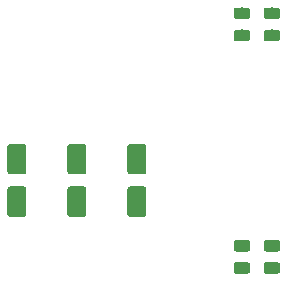
<source format=gbr>
G04 #@! TF.GenerationSoftware,KiCad,Pcbnew,5.1.4-e60b266~84~ubuntu18.04.1*
G04 #@! TF.CreationDate,2019-09-26T20:27:51+08:00*
G04 #@! TF.ProjectId,head,68656164-2e6b-4696-9361-645f70636258,rev?*
G04 #@! TF.SameCoordinates,Original*
G04 #@! TF.FileFunction,Paste,Top*
G04 #@! TF.FilePolarity,Positive*
%FSLAX46Y46*%
G04 Gerber Fmt 4.6, Leading zero omitted, Abs format (unit mm)*
G04 Created by KiCad (PCBNEW 5.1.4-e60b266~84~ubuntu18.04.1) date 2019-09-26 20:27:51*
%MOMM*%
%LPD*%
G04 APERTURE LIST*
%ADD10C,0.100000*%
%ADD11C,0.975000*%
%ADD12C,1.600000*%
G04 APERTURE END LIST*
D10*
G36*
X77950142Y-47598174D02*
G01*
X77973803Y-47601684D01*
X77997007Y-47607496D01*
X78019529Y-47615554D01*
X78041153Y-47625782D01*
X78061670Y-47638079D01*
X78080883Y-47652329D01*
X78098607Y-47668393D01*
X78114671Y-47686117D01*
X78128921Y-47705330D01*
X78141218Y-47725847D01*
X78151446Y-47747471D01*
X78159504Y-47769993D01*
X78165316Y-47793197D01*
X78168826Y-47816858D01*
X78170000Y-47840750D01*
X78170000Y-48328250D01*
X78168826Y-48352142D01*
X78165316Y-48375803D01*
X78159504Y-48399007D01*
X78151446Y-48421529D01*
X78141218Y-48443153D01*
X78128921Y-48463670D01*
X78114671Y-48482883D01*
X78098607Y-48500607D01*
X78080883Y-48516671D01*
X78061670Y-48530921D01*
X78041153Y-48543218D01*
X78019529Y-48553446D01*
X77997007Y-48561504D01*
X77973803Y-48567316D01*
X77950142Y-48570826D01*
X77926250Y-48572000D01*
X77013750Y-48572000D01*
X76989858Y-48570826D01*
X76966197Y-48567316D01*
X76942993Y-48561504D01*
X76920471Y-48553446D01*
X76898847Y-48543218D01*
X76878330Y-48530921D01*
X76859117Y-48516671D01*
X76841393Y-48500607D01*
X76825329Y-48482883D01*
X76811079Y-48463670D01*
X76798782Y-48443153D01*
X76788554Y-48421529D01*
X76780496Y-48399007D01*
X76774684Y-48375803D01*
X76771174Y-48352142D01*
X76770000Y-48328250D01*
X76770000Y-47840750D01*
X76771174Y-47816858D01*
X76774684Y-47793197D01*
X76780496Y-47769993D01*
X76788554Y-47747471D01*
X76798782Y-47725847D01*
X76811079Y-47705330D01*
X76825329Y-47686117D01*
X76841393Y-47668393D01*
X76859117Y-47652329D01*
X76878330Y-47638079D01*
X76898847Y-47625782D01*
X76920471Y-47615554D01*
X76942993Y-47607496D01*
X76966197Y-47601684D01*
X76989858Y-47598174D01*
X77013750Y-47597000D01*
X77926250Y-47597000D01*
X77950142Y-47598174D01*
X77950142Y-47598174D01*
G37*
D11*
X77470000Y-48084500D03*
D10*
G36*
X77950142Y-49473174D02*
G01*
X77973803Y-49476684D01*
X77997007Y-49482496D01*
X78019529Y-49490554D01*
X78041153Y-49500782D01*
X78061670Y-49513079D01*
X78080883Y-49527329D01*
X78098607Y-49543393D01*
X78114671Y-49561117D01*
X78128921Y-49580330D01*
X78141218Y-49600847D01*
X78151446Y-49622471D01*
X78159504Y-49644993D01*
X78165316Y-49668197D01*
X78168826Y-49691858D01*
X78170000Y-49715750D01*
X78170000Y-50203250D01*
X78168826Y-50227142D01*
X78165316Y-50250803D01*
X78159504Y-50274007D01*
X78151446Y-50296529D01*
X78141218Y-50318153D01*
X78128921Y-50338670D01*
X78114671Y-50357883D01*
X78098607Y-50375607D01*
X78080883Y-50391671D01*
X78061670Y-50405921D01*
X78041153Y-50418218D01*
X78019529Y-50428446D01*
X77997007Y-50436504D01*
X77973803Y-50442316D01*
X77950142Y-50445826D01*
X77926250Y-50447000D01*
X77013750Y-50447000D01*
X76989858Y-50445826D01*
X76966197Y-50442316D01*
X76942993Y-50436504D01*
X76920471Y-50428446D01*
X76898847Y-50418218D01*
X76878330Y-50405921D01*
X76859117Y-50391671D01*
X76841393Y-50375607D01*
X76825329Y-50357883D01*
X76811079Y-50338670D01*
X76798782Y-50318153D01*
X76788554Y-50296529D01*
X76780496Y-50274007D01*
X76774684Y-50250803D01*
X76771174Y-50227142D01*
X76770000Y-50203250D01*
X76770000Y-49715750D01*
X76771174Y-49691858D01*
X76774684Y-49668197D01*
X76780496Y-49644993D01*
X76788554Y-49622471D01*
X76798782Y-49600847D01*
X76811079Y-49580330D01*
X76825329Y-49561117D01*
X76841393Y-49543393D01*
X76859117Y-49527329D01*
X76878330Y-49513079D01*
X76898847Y-49500782D01*
X76920471Y-49490554D01*
X76942993Y-49482496D01*
X76966197Y-49476684D01*
X76989858Y-49473174D01*
X77013750Y-49472000D01*
X77926250Y-49472000D01*
X77950142Y-49473174D01*
X77950142Y-49473174D01*
G37*
D11*
X77470000Y-49959500D03*
D10*
G36*
X75410142Y-47598174D02*
G01*
X75433803Y-47601684D01*
X75457007Y-47607496D01*
X75479529Y-47615554D01*
X75501153Y-47625782D01*
X75521670Y-47638079D01*
X75540883Y-47652329D01*
X75558607Y-47668393D01*
X75574671Y-47686117D01*
X75588921Y-47705330D01*
X75601218Y-47725847D01*
X75611446Y-47747471D01*
X75619504Y-47769993D01*
X75625316Y-47793197D01*
X75628826Y-47816858D01*
X75630000Y-47840750D01*
X75630000Y-48328250D01*
X75628826Y-48352142D01*
X75625316Y-48375803D01*
X75619504Y-48399007D01*
X75611446Y-48421529D01*
X75601218Y-48443153D01*
X75588921Y-48463670D01*
X75574671Y-48482883D01*
X75558607Y-48500607D01*
X75540883Y-48516671D01*
X75521670Y-48530921D01*
X75501153Y-48543218D01*
X75479529Y-48553446D01*
X75457007Y-48561504D01*
X75433803Y-48567316D01*
X75410142Y-48570826D01*
X75386250Y-48572000D01*
X74473750Y-48572000D01*
X74449858Y-48570826D01*
X74426197Y-48567316D01*
X74402993Y-48561504D01*
X74380471Y-48553446D01*
X74358847Y-48543218D01*
X74338330Y-48530921D01*
X74319117Y-48516671D01*
X74301393Y-48500607D01*
X74285329Y-48482883D01*
X74271079Y-48463670D01*
X74258782Y-48443153D01*
X74248554Y-48421529D01*
X74240496Y-48399007D01*
X74234684Y-48375803D01*
X74231174Y-48352142D01*
X74230000Y-48328250D01*
X74230000Y-47840750D01*
X74231174Y-47816858D01*
X74234684Y-47793197D01*
X74240496Y-47769993D01*
X74248554Y-47747471D01*
X74258782Y-47725847D01*
X74271079Y-47705330D01*
X74285329Y-47686117D01*
X74301393Y-47668393D01*
X74319117Y-47652329D01*
X74338330Y-47638079D01*
X74358847Y-47625782D01*
X74380471Y-47615554D01*
X74402993Y-47607496D01*
X74426197Y-47601684D01*
X74449858Y-47598174D01*
X74473750Y-47597000D01*
X75386250Y-47597000D01*
X75410142Y-47598174D01*
X75410142Y-47598174D01*
G37*
D11*
X74930000Y-48084500D03*
D10*
G36*
X75410142Y-49473174D02*
G01*
X75433803Y-49476684D01*
X75457007Y-49482496D01*
X75479529Y-49490554D01*
X75501153Y-49500782D01*
X75521670Y-49513079D01*
X75540883Y-49527329D01*
X75558607Y-49543393D01*
X75574671Y-49561117D01*
X75588921Y-49580330D01*
X75601218Y-49600847D01*
X75611446Y-49622471D01*
X75619504Y-49644993D01*
X75625316Y-49668197D01*
X75628826Y-49691858D01*
X75630000Y-49715750D01*
X75630000Y-50203250D01*
X75628826Y-50227142D01*
X75625316Y-50250803D01*
X75619504Y-50274007D01*
X75611446Y-50296529D01*
X75601218Y-50318153D01*
X75588921Y-50338670D01*
X75574671Y-50357883D01*
X75558607Y-50375607D01*
X75540883Y-50391671D01*
X75521670Y-50405921D01*
X75501153Y-50418218D01*
X75479529Y-50428446D01*
X75457007Y-50436504D01*
X75433803Y-50442316D01*
X75410142Y-50445826D01*
X75386250Y-50447000D01*
X74473750Y-50447000D01*
X74449858Y-50445826D01*
X74426197Y-50442316D01*
X74402993Y-50436504D01*
X74380471Y-50428446D01*
X74358847Y-50418218D01*
X74338330Y-50405921D01*
X74319117Y-50391671D01*
X74301393Y-50375607D01*
X74285329Y-50357883D01*
X74271079Y-50338670D01*
X74258782Y-50318153D01*
X74248554Y-50296529D01*
X74240496Y-50274007D01*
X74234684Y-50250803D01*
X74231174Y-50227142D01*
X74230000Y-50203250D01*
X74230000Y-49715750D01*
X74231174Y-49691858D01*
X74234684Y-49668197D01*
X74240496Y-49644993D01*
X74248554Y-49622471D01*
X74258782Y-49600847D01*
X74271079Y-49580330D01*
X74285329Y-49561117D01*
X74301393Y-49543393D01*
X74319117Y-49527329D01*
X74338330Y-49513079D01*
X74358847Y-49500782D01*
X74380471Y-49490554D01*
X74402993Y-49482496D01*
X74426197Y-49476684D01*
X74449858Y-49473174D01*
X74473750Y-49472000D01*
X75386250Y-49472000D01*
X75410142Y-49473174D01*
X75410142Y-49473174D01*
G37*
D11*
X74930000Y-49959500D03*
D10*
G36*
X77950142Y-27913174D02*
G01*
X77973803Y-27916684D01*
X77997007Y-27922496D01*
X78019529Y-27930554D01*
X78041153Y-27940782D01*
X78061670Y-27953079D01*
X78080883Y-27967329D01*
X78098607Y-27983393D01*
X78114671Y-28001117D01*
X78128921Y-28020330D01*
X78141218Y-28040847D01*
X78151446Y-28062471D01*
X78159504Y-28084993D01*
X78165316Y-28108197D01*
X78168826Y-28131858D01*
X78170000Y-28155750D01*
X78170000Y-28643250D01*
X78168826Y-28667142D01*
X78165316Y-28690803D01*
X78159504Y-28714007D01*
X78151446Y-28736529D01*
X78141218Y-28758153D01*
X78128921Y-28778670D01*
X78114671Y-28797883D01*
X78098607Y-28815607D01*
X78080883Y-28831671D01*
X78061670Y-28845921D01*
X78041153Y-28858218D01*
X78019529Y-28868446D01*
X77997007Y-28876504D01*
X77973803Y-28882316D01*
X77950142Y-28885826D01*
X77926250Y-28887000D01*
X77013750Y-28887000D01*
X76989858Y-28885826D01*
X76966197Y-28882316D01*
X76942993Y-28876504D01*
X76920471Y-28868446D01*
X76898847Y-28858218D01*
X76878330Y-28845921D01*
X76859117Y-28831671D01*
X76841393Y-28815607D01*
X76825329Y-28797883D01*
X76811079Y-28778670D01*
X76798782Y-28758153D01*
X76788554Y-28736529D01*
X76780496Y-28714007D01*
X76774684Y-28690803D01*
X76771174Y-28667142D01*
X76770000Y-28643250D01*
X76770000Y-28155750D01*
X76771174Y-28131858D01*
X76774684Y-28108197D01*
X76780496Y-28084993D01*
X76788554Y-28062471D01*
X76798782Y-28040847D01*
X76811079Y-28020330D01*
X76825329Y-28001117D01*
X76841393Y-27983393D01*
X76859117Y-27967329D01*
X76878330Y-27953079D01*
X76898847Y-27940782D01*
X76920471Y-27930554D01*
X76942993Y-27922496D01*
X76966197Y-27916684D01*
X76989858Y-27913174D01*
X77013750Y-27912000D01*
X77926250Y-27912000D01*
X77950142Y-27913174D01*
X77950142Y-27913174D01*
G37*
D11*
X77470000Y-28399500D03*
D10*
G36*
X77950142Y-29788174D02*
G01*
X77973803Y-29791684D01*
X77997007Y-29797496D01*
X78019529Y-29805554D01*
X78041153Y-29815782D01*
X78061670Y-29828079D01*
X78080883Y-29842329D01*
X78098607Y-29858393D01*
X78114671Y-29876117D01*
X78128921Y-29895330D01*
X78141218Y-29915847D01*
X78151446Y-29937471D01*
X78159504Y-29959993D01*
X78165316Y-29983197D01*
X78168826Y-30006858D01*
X78170000Y-30030750D01*
X78170000Y-30518250D01*
X78168826Y-30542142D01*
X78165316Y-30565803D01*
X78159504Y-30589007D01*
X78151446Y-30611529D01*
X78141218Y-30633153D01*
X78128921Y-30653670D01*
X78114671Y-30672883D01*
X78098607Y-30690607D01*
X78080883Y-30706671D01*
X78061670Y-30720921D01*
X78041153Y-30733218D01*
X78019529Y-30743446D01*
X77997007Y-30751504D01*
X77973803Y-30757316D01*
X77950142Y-30760826D01*
X77926250Y-30762000D01*
X77013750Y-30762000D01*
X76989858Y-30760826D01*
X76966197Y-30757316D01*
X76942993Y-30751504D01*
X76920471Y-30743446D01*
X76898847Y-30733218D01*
X76878330Y-30720921D01*
X76859117Y-30706671D01*
X76841393Y-30690607D01*
X76825329Y-30672883D01*
X76811079Y-30653670D01*
X76798782Y-30633153D01*
X76788554Y-30611529D01*
X76780496Y-30589007D01*
X76774684Y-30565803D01*
X76771174Y-30542142D01*
X76770000Y-30518250D01*
X76770000Y-30030750D01*
X76771174Y-30006858D01*
X76774684Y-29983197D01*
X76780496Y-29959993D01*
X76788554Y-29937471D01*
X76798782Y-29915847D01*
X76811079Y-29895330D01*
X76825329Y-29876117D01*
X76841393Y-29858393D01*
X76859117Y-29842329D01*
X76878330Y-29828079D01*
X76898847Y-29815782D01*
X76920471Y-29805554D01*
X76942993Y-29797496D01*
X76966197Y-29791684D01*
X76989858Y-29788174D01*
X77013750Y-29787000D01*
X77926250Y-29787000D01*
X77950142Y-29788174D01*
X77950142Y-29788174D01*
G37*
D11*
X77470000Y-30274500D03*
D10*
G36*
X75410142Y-27913174D02*
G01*
X75433803Y-27916684D01*
X75457007Y-27922496D01*
X75479529Y-27930554D01*
X75501153Y-27940782D01*
X75521670Y-27953079D01*
X75540883Y-27967329D01*
X75558607Y-27983393D01*
X75574671Y-28001117D01*
X75588921Y-28020330D01*
X75601218Y-28040847D01*
X75611446Y-28062471D01*
X75619504Y-28084993D01*
X75625316Y-28108197D01*
X75628826Y-28131858D01*
X75630000Y-28155750D01*
X75630000Y-28643250D01*
X75628826Y-28667142D01*
X75625316Y-28690803D01*
X75619504Y-28714007D01*
X75611446Y-28736529D01*
X75601218Y-28758153D01*
X75588921Y-28778670D01*
X75574671Y-28797883D01*
X75558607Y-28815607D01*
X75540883Y-28831671D01*
X75521670Y-28845921D01*
X75501153Y-28858218D01*
X75479529Y-28868446D01*
X75457007Y-28876504D01*
X75433803Y-28882316D01*
X75410142Y-28885826D01*
X75386250Y-28887000D01*
X74473750Y-28887000D01*
X74449858Y-28885826D01*
X74426197Y-28882316D01*
X74402993Y-28876504D01*
X74380471Y-28868446D01*
X74358847Y-28858218D01*
X74338330Y-28845921D01*
X74319117Y-28831671D01*
X74301393Y-28815607D01*
X74285329Y-28797883D01*
X74271079Y-28778670D01*
X74258782Y-28758153D01*
X74248554Y-28736529D01*
X74240496Y-28714007D01*
X74234684Y-28690803D01*
X74231174Y-28667142D01*
X74230000Y-28643250D01*
X74230000Y-28155750D01*
X74231174Y-28131858D01*
X74234684Y-28108197D01*
X74240496Y-28084993D01*
X74248554Y-28062471D01*
X74258782Y-28040847D01*
X74271079Y-28020330D01*
X74285329Y-28001117D01*
X74301393Y-27983393D01*
X74319117Y-27967329D01*
X74338330Y-27953079D01*
X74358847Y-27940782D01*
X74380471Y-27930554D01*
X74402993Y-27922496D01*
X74426197Y-27916684D01*
X74449858Y-27913174D01*
X74473750Y-27912000D01*
X75386250Y-27912000D01*
X75410142Y-27913174D01*
X75410142Y-27913174D01*
G37*
D11*
X74930000Y-28399500D03*
D10*
G36*
X75410142Y-29788174D02*
G01*
X75433803Y-29791684D01*
X75457007Y-29797496D01*
X75479529Y-29805554D01*
X75501153Y-29815782D01*
X75521670Y-29828079D01*
X75540883Y-29842329D01*
X75558607Y-29858393D01*
X75574671Y-29876117D01*
X75588921Y-29895330D01*
X75601218Y-29915847D01*
X75611446Y-29937471D01*
X75619504Y-29959993D01*
X75625316Y-29983197D01*
X75628826Y-30006858D01*
X75630000Y-30030750D01*
X75630000Y-30518250D01*
X75628826Y-30542142D01*
X75625316Y-30565803D01*
X75619504Y-30589007D01*
X75611446Y-30611529D01*
X75601218Y-30633153D01*
X75588921Y-30653670D01*
X75574671Y-30672883D01*
X75558607Y-30690607D01*
X75540883Y-30706671D01*
X75521670Y-30720921D01*
X75501153Y-30733218D01*
X75479529Y-30743446D01*
X75457007Y-30751504D01*
X75433803Y-30757316D01*
X75410142Y-30760826D01*
X75386250Y-30762000D01*
X74473750Y-30762000D01*
X74449858Y-30760826D01*
X74426197Y-30757316D01*
X74402993Y-30751504D01*
X74380471Y-30743446D01*
X74358847Y-30733218D01*
X74338330Y-30720921D01*
X74319117Y-30706671D01*
X74301393Y-30690607D01*
X74285329Y-30672883D01*
X74271079Y-30653670D01*
X74258782Y-30633153D01*
X74248554Y-30611529D01*
X74240496Y-30589007D01*
X74234684Y-30565803D01*
X74231174Y-30542142D01*
X74230000Y-30518250D01*
X74230000Y-30030750D01*
X74231174Y-30006858D01*
X74234684Y-29983197D01*
X74240496Y-29959993D01*
X74248554Y-29937471D01*
X74258782Y-29915847D01*
X74271079Y-29895330D01*
X74285329Y-29876117D01*
X74301393Y-29858393D01*
X74319117Y-29842329D01*
X74338330Y-29828079D01*
X74358847Y-29815782D01*
X74380471Y-29805554D01*
X74402993Y-29797496D01*
X74426197Y-29791684D01*
X74449858Y-29788174D01*
X74473750Y-29787000D01*
X75386250Y-29787000D01*
X75410142Y-29788174D01*
X75410142Y-29788174D01*
G37*
D11*
X74930000Y-30274500D03*
D10*
G36*
X66614504Y-43046204D02*
G01*
X66638773Y-43049804D01*
X66662571Y-43055765D01*
X66685671Y-43064030D01*
X66707849Y-43074520D01*
X66728893Y-43087133D01*
X66748598Y-43101747D01*
X66766777Y-43118223D01*
X66783253Y-43136402D01*
X66797867Y-43156107D01*
X66810480Y-43177151D01*
X66820970Y-43199329D01*
X66829235Y-43222429D01*
X66835196Y-43246227D01*
X66838796Y-43270496D01*
X66840000Y-43295000D01*
X66840000Y-45395000D01*
X66838796Y-45419504D01*
X66835196Y-45443773D01*
X66829235Y-45467571D01*
X66820970Y-45490671D01*
X66810480Y-45512849D01*
X66797867Y-45533893D01*
X66783253Y-45553598D01*
X66766777Y-45571777D01*
X66748598Y-45588253D01*
X66728893Y-45602867D01*
X66707849Y-45615480D01*
X66685671Y-45625970D01*
X66662571Y-45634235D01*
X66638773Y-45640196D01*
X66614504Y-45643796D01*
X66590000Y-45645000D01*
X65490000Y-45645000D01*
X65465496Y-45643796D01*
X65441227Y-45640196D01*
X65417429Y-45634235D01*
X65394329Y-45625970D01*
X65372151Y-45615480D01*
X65351107Y-45602867D01*
X65331402Y-45588253D01*
X65313223Y-45571777D01*
X65296747Y-45553598D01*
X65282133Y-45533893D01*
X65269520Y-45512849D01*
X65259030Y-45490671D01*
X65250765Y-45467571D01*
X65244804Y-45443773D01*
X65241204Y-45419504D01*
X65240000Y-45395000D01*
X65240000Y-43295000D01*
X65241204Y-43270496D01*
X65244804Y-43246227D01*
X65250765Y-43222429D01*
X65259030Y-43199329D01*
X65269520Y-43177151D01*
X65282133Y-43156107D01*
X65296747Y-43136402D01*
X65313223Y-43118223D01*
X65331402Y-43101747D01*
X65351107Y-43087133D01*
X65372151Y-43074520D01*
X65394329Y-43064030D01*
X65417429Y-43055765D01*
X65441227Y-43049804D01*
X65465496Y-43046204D01*
X65490000Y-43045000D01*
X66590000Y-43045000D01*
X66614504Y-43046204D01*
X66614504Y-43046204D01*
G37*
D12*
X66040000Y-44345000D03*
D10*
G36*
X66614504Y-39446204D02*
G01*
X66638773Y-39449804D01*
X66662571Y-39455765D01*
X66685671Y-39464030D01*
X66707849Y-39474520D01*
X66728893Y-39487133D01*
X66748598Y-39501747D01*
X66766777Y-39518223D01*
X66783253Y-39536402D01*
X66797867Y-39556107D01*
X66810480Y-39577151D01*
X66820970Y-39599329D01*
X66829235Y-39622429D01*
X66835196Y-39646227D01*
X66838796Y-39670496D01*
X66840000Y-39695000D01*
X66840000Y-41795000D01*
X66838796Y-41819504D01*
X66835196Y-41843773D01*
X66829235Y-41867571D01*
X66820970Y-41890671D01*
X66810480Y-41912849D01*
X66797867Y-41933893D01*
X66783253Y-41953598D01*
X66766777Y-41971777D01*
X66748598Y-41988253D01*
X66728893Y-42002867D01*
X66707849Y-42015480D01*
X66685671Y-42025970D01*
X66662571Y-42034235D01*
X66638773Y-42040196D01*
X66614504Y-42043796D01*
X66590000Y-42045000D01*
X65490000Y-42045000D01*
X65465496Y-42043796D01*
X65441227Y-42040196D01*
X65417429Y-42034235D01*
X65394329Y-42025970D01*
X65372151Y-42015480D01*
X65351107Y-42002867D01*
X65331402Y-41988253D01*
X65313223Y-41971777D01*
X65296747Y-41953598D01*
X65282133Y-41933893D01*
X65269520Y-41912849D01*
X65259030Y-41890671D01*
X65250765Y-41867571D01*
X65244804Y-41843773D01*
X65241204Y-41819504D01*
X65240000Y-41795000D01*
X65240000Y-39695000D01*
X65241204Y-39670496D01*
X65244804Y-39646227D01*
X65250765Y-39622429D01*
X65259030Y-39599329D01*
X65269520Y-39577151D01*
X65282133Y-39556107D01*
X65296747Y-39536402D01*
X65313223Y-39518223D01*
X65331402Y-39501747D01*
X65351107Y-39487133D01*
X65372151Y-39474520D01*
X65394329Y-39464030D01*
X65417429Y-39455765D01*
X65441227Y-39449804D01*
X65465496Y-39446204D01*
X65490000Y-39445000D01*
X66590000Y-39445000D01*
X66614504Y-39446204D01*
X66614504Y-39446204D01*
G37*
D12*
X66040000Y-40745000D03*
D10*
G36*
X56454504Y-43046204D02*
G01*
X56478773Y-43049804D01*
X56502571Y-43055765D01*
X56525671Y-43064030D01*
X56547849Y-43074520D01*
X56568893Y-43087133D01*
X56588598Y-43101747D01*
X56606777Y-43118223D01*
X56623253Y-43136402D01*
X56637867Y-43156107D01*
X56650480Y-43177151D01*
X56660970Y-43199329D01*
X56669235Y-43222429D01*
X56675196Y-43246227D01*
X56678796Y-43270496D01*
X56680000Y-43295000D01*
X56680000Y-45395000D01*
X56678796Y-45419504D01*
X56675196Y-45443773D01*
X56669235Y-45467571D01*
X56660970Y-45490671D01*
X56650480Y-45512849D01*
X56637867Y-45533893D01*
X56623253Y-45553598D01*
X56606777Y-45571777D01*
X56588598Y-45588253D01*
X56568893Y-45602867D01*
X56547849Y-45615480D01*
X56525671Y-45625970D01*
X56502571Y-45634235D01*
X56478773Y-45640196D01*
X56454504Y-45643796D01*
X56430000Y-45645000D01*
X55330000Y-45645000D01*
X55305496Y-45643796D01*
X55281227Y-45640196D01*
X55257429Y-45634235D01*
X55234329Y-45625970D01*
X55212151Y-45615480D01*
X55191107Y-45602867D01*
X55171402Y-45588253D01*
X55153223Y-45571777D01*
X55136747Y-45553598D01*
X55122133Y-45533893D01*
X55109520Y-45512849D01*
X55099030Y-45490671D01*
X55090765Y-45467571D01*
X55084804Y-45443773D01*
X55081204Y-45419504D01*
X55080000Y-45395000D01*
X55080000Y-43295000D01*
X55081204Y-43270496D01*
X55084804Y-43246227D01*
X55090765Y-43222429D01*
X55099030Y-43199329D01*
X55109520Y-43177151D01*
X55122133Y-43156107D01*
X55136747Y-43136402D01*
X55153223Y-43118223D01*
X55171402Y-43101747D01*
X55191107Y-43087133D01*
X55212151Y-43074520D01*
X55234329Y-43064030D01*
X55257429Y-43055765D01*
X55281227Y-43049804D01*
X55305496Y-43046204D01*
X55330000Y-43045000D01*
X56430000Y-43045000D01*
X56454504Y-43046204D01*
X56454504Y-43046204D01*
G37*
D12*
X55880000Y-44345000D03*
D10*
G36*
X56454504Y-39446204D02*
G01*
X56478773Y-39449804D01*
X56502571Y-39455765D01*
X56525671Y-39464030D01*
X56547849Y-39474520D01*
X56568893Y-39487133D01*
X56588598Y-39501747D01*
X56606777Y-39518223D01*
X56623253Y-39536402D01*
X56637867Y-39556107D01*
X56650480Y-39577151D01*
X56660970Y-39599329D01*
X56669235Y-39622429D01*
X56675196Y-39646227D01*
X56678796Y-39670496D01*
X56680000Y-39695000D01*
X56680000Y-41795000D01*
X56678796Y-41819504D01*
X56675196Y-41843773D01*
X56669235Y-41867571D01*
X56660970Y-41890671D01*
X56650480Y-41912849D01*
X56637867Y-41933893D01*
X56623253Y-41953598D01*
X56606777Y-41971777D01*
X56588598Y-41988253D01*
X56568893Y-42002867D01*
X56547849Y-42015480D01*
X56525671Y-42025970D01*
X56502571Y-42034235D01*
X56478773Y-42040196D01*
X56454504Y-42043796D01*
X56430000Y-42045000D01*
X55330000Y-42045000D01*
X55305496Y-42043796D01*
X55281227Y-42040196D01*
X55257429Y-42034235D01*
X55234329Y-42025970D01*
X55212151Y-42015480D01*
X55191107Y-42002867D01*
X55171402Y-41988253D01*
X55153223Y-41971777D01*
X55136747Y-41953598D01*
X55122133Y-41933893D01*
X55109520Y-41912849D01*
X55099030Y-41890671D01*
X55090765Y-41867571D01*
X55084804Y-41843773D01*
X55081204Y-41819504D01*
X55080000Y-41795000D01*
X55080000Y-39695000D01*
X55081204Y-39670496D01*
X55084804Y-39646227D01*
X55090765Y-39622429D01*
X55099030Y-39599329D01*
X55109520Y-39577151D01*
X55122133Y-39556107D01*
X55136747Y-39536402D01*
X55153223Y-39518223D01*
X55171402Y-39501747D01*
X55191107Y-39487133D01*
X55212151Y-39474520D01*
X55234329Y-39464030D01*
X55257429Y-39455765D01*
X55281227Y-39449804D01*
X55305496Y-39446204D01*
X55330000Y-39445000D01*
X56430000Y-39445000D01*
X56454504Y-39446204D01*
X56454504Y-39446204D01*
G37*
D12*
X55880000Y-40745000D03*
D10*
G36*
X61534504Y-43046204D02*
G01*
X61558773Y-43049804D01*
X61582571Y-43055765D01*
X61605671Y-43064030D01*
X61627849Y-43074520D01*
X61648893Y-43087133D01*
X61668598Y-43101747D01*
X61686777Y-43118223D01*
X61703253Y-43136402D01*
X61717867Y-43156107D01*
X61730480Y-43177151D01*
X61740970Y-43199329D01*
X61749235Y-43222429D01*
X61755196Y-43246227D01*
X61758796Y-43270496D01*
X61760000Y-43295000D01*
X61760000Y-45395000D01*
X61758796Y-45419504D01*
X61755196Y-45443773D01*
X61749235Y-45467571D01*
X61740970Y-45490671D01*
X61730480Y-45512849D01*
X61717867Y-45533893D01*
X61703253Y-45553598D01*
X61686777Y-45571777D01*
X61668598Y-45588253D01*
X61648893Y-45602867D01*
X61627849Y-45615480D01*
X61605671Y-45625970D01*
X61582571Y-45634235D01*
X61558773Y-45640196D01*
X61534504Y-45643796D01*
X61510000Y-45645000D01*
X60410000Y-45645000D01*
X60385496Y-45643796D01*
X60361227Y-45640196D01*
X60337429Y-45634235D01*
X60314329Y-45625970D01*
X60292151Y-45615480D01*
X60271107Y-45602867D01*
X60251402Y-45588253D01*
X60233223Y-45571777D01*
X60216747Y-45553598D01*
X60202133Y-45533893D01*
X60189520Y-45512849D01*
X60179030Y-45490671D01*
X60170765Y-45467571D01*
X60164804Y-45443773D01*
X60161204Y-45419504D01*
X60160000Y-45395000D01*
X60160000Y-43295000D01*
X60161204Y-43270496D01*
X60164804Y-43246227D01*
X60170765Y-43222429D01*
X60179030Y-43199329D01*
X60189520Y-43177151D01*
X60202133Y-43156107D01*
X60216747Y-43136402D01*
X60233223Y-43118223D01*
X60251402Y-43101747D01*
X60271107Y-43087133D01*
X60292151Y-43074520D01*
X60314329Y-43064030D01*
X60337429Y-43055765D01*
X60361227Y-43049804D01*
X60385496Y-43046204D01*
X60410000Y-43045000D01*
X61510000Y-43045000D01*
X61534504Y-43046204D01*
X61534504Y-43046204D01*
G37*
D12*
X60960000Y-44345000D03*
D10*
G36*
X61534504Y-39446204D02*
G01*
X61558773Y-39449804D01*
X61582571Y-39455765D01*
X61605671Y-39464030D01*
X61627849Y-39474520D01*
X61648893Y-39487133D01*
X61668598Y-39501747D01*
X61686777Y-39518223D01*
X61703253Y-39536402D01*
X61717867Y-39556107D01*
X61730480Y-39577151D01*
X61740970Y-39599329D01*
X61749235Y-39622429D01*
X61755196Y-39646227D01*
X61758796Y-39670496D01*
X61760000Y-39695000D01*
X61760000Y-41795000D01*
X61758796Y-41819504D01*
X61755196Y-41843773D01*
X61749235Y-41867571D01*
X61740970Y-41890671D01*
X61730480Y-41912849D01*
X61717867Y-41933893D01*
X61703253Y-41953598D01*
X61686777Y-41971777D01*
X61668598Y-41988253D01*
X61648893Y-42002867D01*
X61627849Y-42015480D01*
X61605671Y-42025970D01*
X61582571Y-42034235D01*
X61558773Y-42040196D01*
X61534504Y-42043796D01*
X61510000Y-42045000D01*
X60410000Y-42045000D01*
X60385496Y-42043796D01*
X60361227Y-42040196D01*
X60337429Y-42034235D01*
X60314329Y-42025970D01*
X60292151Y-42015480D01*
X60271107Y-42002867D01*
X60251402Y-41988253D01*
X60233223Y-41971777D01*
X60216747Y-41953598D01*
X60202133Y-41933893D01*
X60189520Y-41912849D01*
X60179030Y-41890671D01*
X60170765Y-41867571D01*
X60164804Y-41843773D01*
X60161204Y-41819504D01*
X60160000Y-41795000D01*
X60160000Y-39695000D01*
X60161204Y-39670496D01*
X60164804Y-39646227D01*
X60170765Y-39622429D01*
X60179030Y-39599329D01*
X60189520Y-39577151D01*
X60202133Y-39556107D01*
X60216747Y-39536402D01*
X60233223Y-39518223D01*
X60251402Y-39501747D01*
X60271107Y-39487133D01*
X60292151Y-39474520D01*
X60314329Y-39464030D01*
X60337429Y-39455765D01*
X60361227Y-39449804D01*
X60385496Y-39446204D01*
X60410000Y-39445000D01*
X61510000Y-39445000D01*
X61534504Y-39446204D01*
X61534504Y-39446204D01*
G37*
D12*
X60960000Y-40745000D03*
M02*

</source>
